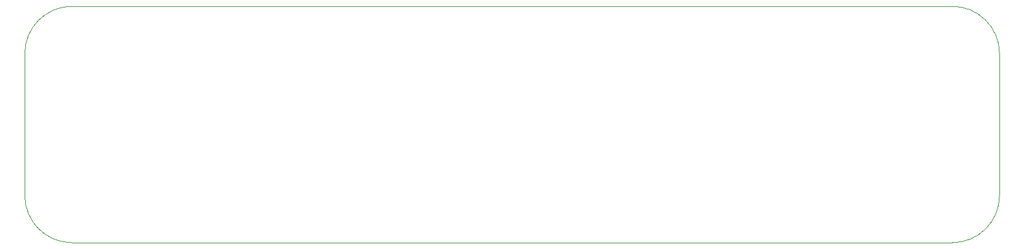
<source format=gbr>
%TF.GenerationSoftware,KiCad,Pcbnew,(5.1.8)-1*%
%TF.CreationDate,2021-01-26T11:35:07-05:00*%
%TF.ProjectId,SSD8_Row,53534438-5f52-46f7-972e-6b696361645f,rev?*%
%TF.SameCoordinates,Original*%
%TF.FileFunction,Profile,NP*%
%FSLAX46Y46*%
G04 Gerber Fmt 4.6, Leading zero omitted, Abs format (unit mm)*
G04 Created by KiCad (PCBNEW (5.1.8)-1) date 2021-01-26 11:35:07*
%MOMM*%
%LPD*%
G01*
G04 APERTURE LIST*
%TA.AperFunction,Profile*%
%ADD10C,0.100000*%
%TD*%
G04 APERTURE END LIST*
D10*
X13462000Y-19050000D02*
X13462000Y-38100000D01*
X19812000Y-44450000D02*
X137922000Y-44450000D01*
X137922000Y-12700000D02*
X19812000Y-12700000D01*
X144272000Y-38100000D02*
X144272000Y-19050000D01*
X144272000Y-38100000D02*
G75*
G02*
X137922000Y-44450000I-6350000J0D01*
G01*
X19812000Y-44450000D02*
G75*
G02*
X13462000Y-38100000I0J6350000D01*
G01*
X13462000Y-19050000D02*
G75*
G02*
X19812000Y-12700000I6350000J0D01*
G01*
X137922000Y-12700000D02*
G75*
G02*
X144272000Y-19050000I0J-6350000D01*
G01*
M02*

</source>
